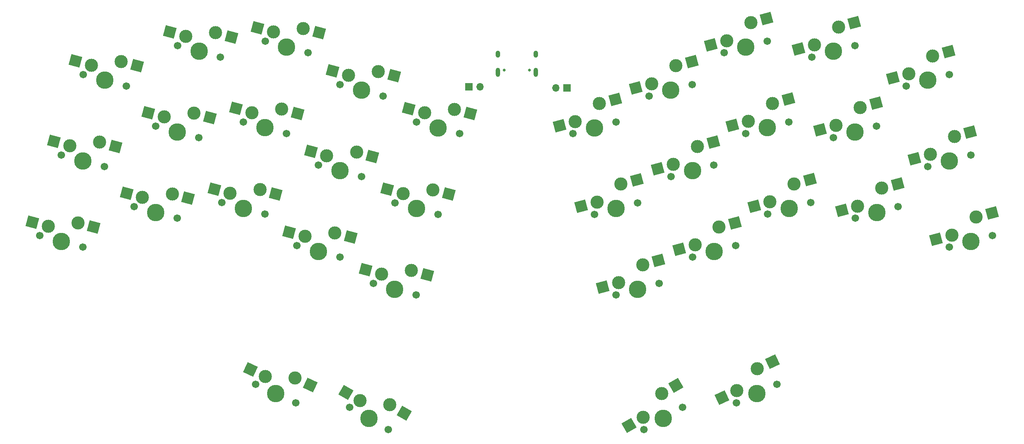
<source format=gbr>
%TF.GenerationSoftware,KiCad,Pcbnew,7.0.1*%
%TF.CreationDate,2024-01-05T17:15:02-05:00*%
%TF.ProjectId,ch55p34,63683535-7033-4342-9e6b-696361645f70,rev?*%
%TF.SameCoordinates,Original*%
%TF.FileFunction,Soldermask,Bot*%
%TF.FilePolarity,Negative*%
%FSLAX46Y46*%
G04 Gerber Fmt 4.6, Leading zero omitted, Abs format (unit mm)*
G04 Created by KiCad (PCBNEW 7.0.1) date 2024-01-05 17:15:02*
%MOMM*%
%LPD*%
G01*
G04 APERTURE LIST*
G04 Aperture macros list*
%AMRotRect*
0 Rectangle, with rotation*
0 The origin of the aperture is its center*
0 $1 length*
0 $2 width*
0 $3 Rotation angle, in degrees counterclockwise*
0 Add horizontal line*
21,1,$1,$2,0,0,$3*%
G04 Aperture macros list end*
%ADD10C,1.701800*%
%ADD11C,3.000000*%
%ADD12C,3.987800*%
%ADD13RotRect,2.550000X2.500000X25.000000*%
%ADD14RotRect,2.550000X2.500000X30.000000*%
%ADD15RotRect,2.550000X2.500000X330.000000*%
%ADD16RotRect,2.550000X2.500000X335.000000*%
%ADD17RotRect,2.550000X2.500000X15.000000*%
%ADD18RotRect,2.550000X2.500000X345.000000*%
%ADD19O,1.700000X1.700000*%
%ADD20R,1.700000X1.700000*%
%ADD21O,1.000000X1.600000*%
%ADD22O,1.000000X2.100000*%
%ADD23C,0.650000*%
G04 APERTURE END LIST*
D10*
%TO.C,SW34*%
X206037133Y-116082673D03*
D11*
X206114694Y-113243926D03*
D12*
X210641177Y-113935772D03*
D11*
X210796298Y-108258278D03*
D10*
X215245221Y-111788871D03*
D13*
X214194952Y-106673460D03*
X202716040Y-114828744D03*
%TD*%
D10*
%TO.C,SW33*%
X184943103Y-122182732D03*
D11*
X184772955Y-119348027D03*
D12*
X189342512Y-119642732D03*
D11*
X189002217Y-113973323D03*
D10*
X193741921Y-117102732D03*
D14*
X192249812Y-112098323D03*
X181525360Y-121223027D03*
%TD*%
D10*
%TO.C,SW32*%
X117916079Y-117102732D03*
D11*
X120285931Y-115538027D03*
D12*
X122315488Y-119642732D03*
D11*
X127055193Y-116513323D03*
D10*
X126714897Y-122182732D03*
D15*
X130302788Y-118388323D03*
X117038336Y-113663027D03*
%TD*%
D10*
%TO.C,SW31*%
X96412779Y-111788872D03*
D11*
X98637241Y-110023576D03*
D12*
X101016823Y-113935773D03*
D11*
X105465746Y-110405180D03*
D10*
X105620867Y-116082674D03*
D16*
X108864400Y-111989998D03*
X95238587Y-108438757D03*
%TD*%
D10*
%TO.C,SW30*%
X254560138Y-80524239D03*
D11*
X255129463Y-77742087D03*
D12*
X259467041Y-79209438D03*
D11*
X260605692Y-73645134D03*
D10*
X264373944Y-77894637D03*
D17*
X264227914Y-72674563D03*
X251507241Y-78712658D03*
%TD*%
D10*
%TO.C,SW29*%
X233069469Y-73923519D03*
D11*
X233638794Y-71141367D03*
D12*
X237976372Y-72608718D03*
D11*
X239115023Y-67044414D03*
D10*
X242883275Y-71293917D03*
D17*
X242737245Y-66073843D03*
X230016572Y-72111938D03*
%TD*%
D10*
%TO.C,SW28*%
X213090821Y-72965738D03*
D11*
X213660146Y-70183586D03*
D12*
X217997724Y-71650937D03*
D11*
X219136375Y-66086633D03*
D10*
X222904627Y-70336136D03*
D17*
X222758597Y-65116062D03*
X210037924Y-71154157D03*
%TD*%
D10*
%TO.C,SW27*%
X196004735Y-82803144D03*
D11*
X196574060Y-80020992D03*
D12*
X200911638Y-81488343D03*
D11*
X202050289Y-75924039D03*
D10*
X205818541Y-80173542D03*
D17*
X205672511Y-74953468D03*
X192951838Y-80991563D03*
%TD*%
D10*
%TO.C,SW26*%
X178589949Y-91413824D03*
D11*
X179159274Y-88631672D03*
D12*
X183496852Y-90099023D03*
D11*
X184635503Y-84534719D03*
D10*
X188403755Y-88784222D03*
D17*
X188257725Y-83564148D03*
X175537052Y-89602243D03*
%TD*%
D10*
%TO.C,SW25*%
X123254245Y-88784222D03*
D11*
X125138371Y-86659471D03*
D12*
X128161148Y-90099023D03*
D11*
X131929400Y-85849520D03*
D10*
X133068051Y-91413824D03*
D18*
X135551622Y-86820092D03*
X121516149Y-85688899D03*
%TD*%
D10*
%TO.C,SW24*%
X105839459Y-80173542D03*
D11*
X107723585Y-78048791D03*
D12*
X110746362Y-81488343D03*
D11*
X114514614Y-77238840D03*
D10*
X115653265Y-82803144D03*
D18*
X118136836Y-78209412D03*
X104101363Y-77078219D03*
%TD*%
D10*
%TO.C,SW23*%
X88753373Y-70336136D03*
D11*
X90637499Y-68211385D03*
D12*
X93660276Y-71650937D03*
D11*
X97428528Y-67401434D03*
D10*
X98567179Y-72965738D03*
D18*
X101050750Y-68372006D03*
X87015277Y-67240813D03*
%TD*%
D10*
%TO.C,SW22*%
X68774725Y-71293917D03*
D11*
X70658851Y-69169166D03*
D12*
X73681628Y-72608718D03*
D11*
X77449880Y-68359215D03*
D10*
X78588531Y-73923519D03*
D18*
X81072102Y-69329787D03*
X67036629Y-68198594D03*
%TD*%
D10*
%TO.C,SW21*%
X47284056Y-77894637D03*
D11*
X49168182Y-75769886D03*
D12*
X52190959Y-79209438D03*
D11*
X55959211Y-74959935D03*
D10*
X57097862Y-80524239D03*
D18*
X59581433Y-75930507D03*
X45545960Y-74799314D03*
%TD*%
D10*
%TO.C,SW20*%
X249629635Y-62123352D03*
D11*
X250198960Y-59341200D03*
D12*
X254536538Y-60808551D03*
D11*
X255675189Y-55244247D03*
D10*
X259443441Y-59493750D03*
D17*
X259297411Y-54273676D03*
X246576738Y-60311771D03*
%TD*%
D10*
%TO.C,SW19*%
X228138966Y-55522632D03*
D11*
X228708291Y-52740480D03*
D12*
X233045869Y-54207831D03*
D11*
X234184520Y-48643527D03*
D10*
X237952772Y-52893030D03*
D17*
X237806742Y-47672956D03*
X225086069Y-53711051D03*
%TD*%
D10*
%TO.C,SW18*%
X208160319Y-54564851D03*
D11*
X208729644Y-51782699D03*
D12*
X213067222Y-53250050D03*
D11*
X214205873Y-47685746D03*
D10*
X217974125Y-51935249D03*
D17*
X217828095Y-46715175D03*
X205107422Y-52753270D03*
%TD*%
D10*
%TO.C,SW17*%
X191074232Y-64402257D03*
D11*
X191643557Y-61620105D03*
D12*
X195981135Y-63087456D03*
D11*
X197119786Y-57523152D03*
D10*
X200888038Y-61772655D03*
D17*
X200742008Y-56552581D03*
X188021335Y-62590676D03*
%TD*%
D10*
%TO.C,SW16*%
X173659446Y-73012937D03*
D11*
X174228771Y-70230785D03*
D12*
X178566349Y-71698136D03*
D11*
X179705000Y-66133832D03*
D10*
X183473252Y-70383335D03*
D17*
X183327222Y-65163261D03*
X170606549Y-71201356D03*
%TD*%
D10*
%TO.C,SW15*%
X128184748Y-70383335D03*
D11*
X130068874Y-68258584D03*
D12*
X133091651Y-71698136D03*
D11*
X136859903Y-67448633D03*
D10*
X137998554Y-73012937D03*
D18*
X140482125Y-68419205D03*
X126446652Y-67288012D03*
%TD*%
D10*
%TO.C,SW14*%
X110769962Y-61772655D03*
D11*
X112654088Y-59647904D03*
D12*
X115676865Y-63087456D03*
D11*
X119445117Y-58837953D03*
D10*
X120583768Y-64402257D03*
D18*
X123067339Y-59808525D03*
X109031866Y-58677332D03*
%TD*%
D10*
%TO.C,SW13*%
X93683875Y-51935249D03*
D11*
X95568001Y-49810498D03*
D12*
X98590778Y-53250050D03*
D11*
X102359030Y-49000547D03*
D10*
X103497681Y-54564851D03*
D18*
X105981252Y-49971119D03*
X91945779Y-48839926D03*
%TD*%
D10*
%TO.C,SW12*%
X73705227Y-52893030D03*
D11*
X75589353Y-50768279D03*
D12*
X78612130Y-54207831D03*
D11*
X82380382Y-49958328D03*
D10*
X83519033Y-55522632D03*
D18*
X86002604Y-50928900D03*
X71967131Y-49797707D03*
%TD*%
D10*
%TO.C,SW11*%
X52214559Y-59493750D03*
D11*
X54098685Y-57368999D03*
D12*
X57121462Y-60808551D03*
D11*
X60889714Y-56559048D03*
D10*
X62028365Y-62123352D03*
D18*
X64511936Y-57529620D03*
X50476463Y-56398427D03*
%TD*%
D10*
%TO.C,SW10*%
X244699132Y-43722465D03*
D11*
X245268457Y-40940313D03*
D12*
X249606035Y-42407664D03*
D11*
X250744686Y-36843360D03*
D10*
X254512938Y-41092863D03*
D17*
X254366908Y-35872789D03*
X241646235Y-41910884D03*
%TD*%
D10*
%TO.C,SW9*%
X223208464Y-37121745D03*
D11*
X223777789Y-34339593D03*
D12*
X228115367Y-35806944D03*
D11*
X229254018Y-30242640D03*
D10*
X233022270Y-34492143D03*
D17*
X232876240Y-29272069D03*
X220155567Y-35310164D03*
%TD*%
D10*
%TO.C,SW8*%
X203229816Y-36163964D03*
D11*
X203799141Y-33381812D03*
D12*
X208136719Y-34849163D03*
D11*
X209275370Y-29284859D03*
D10*
X213043622Y-33534362D03*
D17*
X212897592Y-28314288D03*
X200176919Y-34352383D03*
%TD*%
D10*
%TO.C,SW7*%
X186143730Y-46001370D03*
D11*
X186713055Y-43219218D03*
D12*
X191050633Y-44686569D03*
D11*
X192189284Y-39122265D03*
D10*
X195957536Y-43371768D03*
D17*
X195811506Y-38151694D03*
X183090833Y-44189789D03*
%TD*%
D10*
%TO.C,SW6*%
X168728943Y-54612050D03*
D11*
X169298268Y-51829898D03*
D12*
X173635846Y-53297249D03*
D11*
X174774497Y-47732945D03*
D10*
X178542749Y-51982448D03*
D17*
X178396719Y-46762374D03*
X165676046Y-52800469D03*
%TD*%
D10*
%TO.C,SW5*%
X133115251Y-51982448D03*
D11*
X134999377Y-49857697D03*
D12*
X138022154Y-53297249D03*
D11*
X141790406Y-49047746D03*
D10*
X142929057Y-54612050D03*
D18*
X145412628Y-50018318D03*
X131377155Y-48887125D03*
%TD*%
D10*
%TO.C,SW4*%
X115700464Y-43371768D03*
D11*
X117584590Y-41247017D03*
D12*
X120607367Y-44686569D03*
D11*
X124375619Y-40437066D03*
D10*
X125514270Y-46001370D03*
D18*
X127997841Y-41407638D03*
X113962368Y-40276445D03*
%TD*%
D10*
%TO.C,SW3*%
X98614378Y-33534362D03*
D11*
X100498504Y-31409611D03*
D12*
X103521281Y-34849163D03*
D11*
X107289533Y-30599660D03*
D10*
X108428184Y-36163964D03*
D18*
X110911755Y-31570232D03*
X96876282Y-30439039D03*
%TD*%
D10*
%TO.C,SW2*%
X78635730Y-34492143D03*
D11*
X80519856Y-32367392D03*
D12*
X83542633Y-35806944D03*
D11*
X87310885Y-31557441D03*
D10*
X88449536Y-37121745D03*
D18*
X90933107Y-32528013D03*
X76897634Y-31396820D03*
%TD*%
D10*
%TO.C,SW1*%
X57145062Y-41092863D03*
D11*
X59029188Y-38968112D03*
D12*
X62051965Y-42407664D03*
D11*
X65820217Y-38158161D03*
D10*
X66958868Y-43722465D03*
D18*
X69442439Y-39128733D03*
X55406966Y-37997540D03*
%TD*%
D19*
%TO.C,J3*%
X147569000Y-43942000D03*
D20*
X145029000Y-43942000D03*
%TD*%
%TO.C,J2*%
X167391000Y-44196000D03*
D19*
X164851000Y-44196000D03*
%TD*%
D21*
%TO.C,J1*%
X151634000Y-36460000D03*
D22*
X151634000Y-40640000D03*
X160274000Y-40640000D03*
D21*
X160274000Y-36460000D03*
D23*
X158844000Y-40110000D03*
X153064000Y-40110000D03*
%TD*%
M02*

</source>
